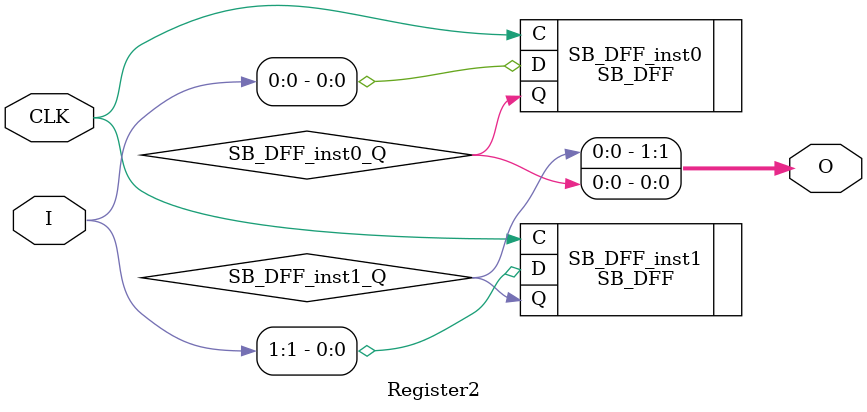
<source format=v>
module Register2 (input [1:0] I, output [1:0] O, input  CLK);
wire  SB_DFF_inst0_Q;
wire  SB_DFF_inst1_Q;
SB_DFF SB_DFF_inst0 (.C(CLK), .D(I[0]), .Q(SB_DFF_inst0_Q));
SB_DFF SB_DFF_inst1 (.C(CLK), .D(I[1]), .Q(SB_DFF_inst1_Q));
assign O = {SB_DFF_inst1_Q,SB_DFF_inst0_Q};
endmodule


</source>
